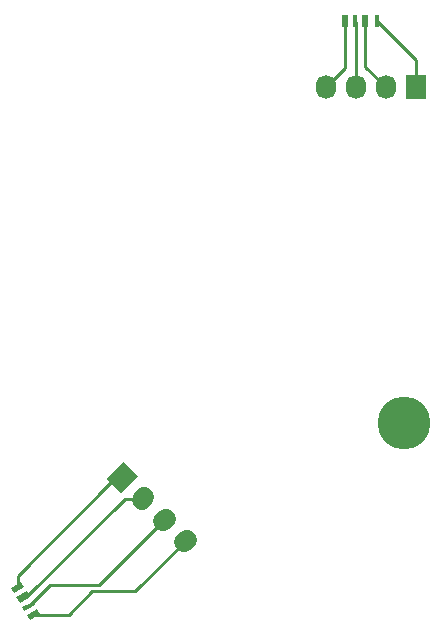
<source format=gtl>
G04 #@! TF.FileFunction,Copper,L1,Top,Signal*
%FSLAX46Y46*%
G04 Gerber Fmt 4.6, Leading zero omitted, Abs format (unit mm)*
G04 Created by KiCad (PCBNEW 4.0.2+dfsg1-stable) date Fri 05 Oct 2018 02:59:10 AM EDT*
%MOMM*%
G01*
G04 APERTURE LIST*
%ADD10C,0.100000*%
%ADD11C,4.470400*%
%ADD12C,1.727200*%
%ADD13R,1.727200X2.032000*%
%ADD14O,1.727200X2.032000*%
%ADD15R,0.450000X1.000000*%
%ADD16R,0.600000X1.000000*%
%ADD17R,0.350000X1.000000*%
%ADD18R,0.500000X1.000000*%
%ADD19C,0.250000*%
G04 APERTURE END LIST*
D10*
D11*
X152908000Y-106680000D03*
D10*
G36*
X128924237Y-112581078D02*
X127702922Y-111359763D01*
X129139763Y-109922922D01*
X130361078Y-111144237D01*
X128924237Y-112581078D01*
X128924237Y-112581078D01*
G37*
D12*
X130720288Y-113155814D02*
X130935814Y-112940288D01*
X132516339Y-114951865D02*
X132731865Y-114736339D01*
X134312391Y-116747917D02*
X134527917Y-116532391D01*
D10*
G36*
X119646000Y-120620962D02*
X120512026Y-120120962D01*
X120737026Y-120510674D01*
X119871000Y-121010674D01*
X119646000Y-120620962D01*
X119646000Y-120620962D01*
G37*
G36*
X120096000Y-121400384D02*
X120962026Y-120900384D01*
X121262026Y-121420000D01*
X120396000Y-121920000D01*
X120096000Y-121400384D01*
X120096000Y-121400384D01*
G37*
G36*
X120596000Y-122266411D02*
X121462026Y-121766411D01*
X121637026Y-122069519D01*
X120771000Y-122569519D01*
X120596000Y-122266411D01*
X120596000Y-122266411D01*
G37*
G36*
X120971000Y-122915930D02*
X121837026Y-122415930D01*
X122087026Y-122848942D01*
X121221000Y-123348942D01*
X120971000Y-122915930D01*
X120971000Y-122915930D01*
G37*
D13*
X153924000Y-78232000D03*
D14*
X151384000Y-78232000D03*
X148844000Y-78232000D03*
X146304000Y-78232000D03*
D15*
X150627000Y-72636000D03*
D16*
X149652000Y-72636000D03*
D17*
X148777000Y-72636000D03*
D18*
X147952000Y-72636000D03*
D19*
X128524000Y-111760000D02*
X128016000Y-111760000D01*
X120191513Y-119584487D02*
X128016000Y-111760000D01*
X120191513Y-119584487D02*
X120191513Y-120565818D01*
X128524000Y-111760000D02*
X129032000Y-111252000D01*
X120679013Y-121410192D02*
X120905808Y-121410192D01*
X120905808Y-121410192D02*
X129267949Y-113048051D01*
X129267949Y-113048051D02*
X130828051Y-113048051D01*
X121116513Y-122167965D02*
X121164035Y-122167965D01*
X121164035Y-122167965D02*
X122936000Y-120396000D01*
X122936000Y-120396000D02*
X127072204Y-120396000D01*
X127072204Y-120396000D02*
X132624102Y-114844102D01*
X121529013Y-122882436D02*
X124513564Y-122882436D01*
X130156308Y-120904000D02*
X134420154Y-116640154D01*
X126492000Y-120904000D02*
X130156308Y-120904000D01*
X124513564Y-122882436D02*
X126492000Y-120904000D01*
X153924000Y-78232000D02*
X153924000Y-75933000D01*
X153924000Y-75933000D02*
X150627000Y-72636000D01*
X149652000Y-72636000D02*
X149652000Y-76500000D01*
X149652000Y-76500000D02*
X151384000Y-78232000D01*
X148844000Y-78232000D02*
X148844000Y-72703000D01*
X148844000Y-72703000D02*
X148777000Y-72636000D01*
X147952000Y-72636000D02*
X147952000Y-76584000D01*
X147952000Y-76584000D02*
X146304000Y-78232000D01*
M02*

</source>
